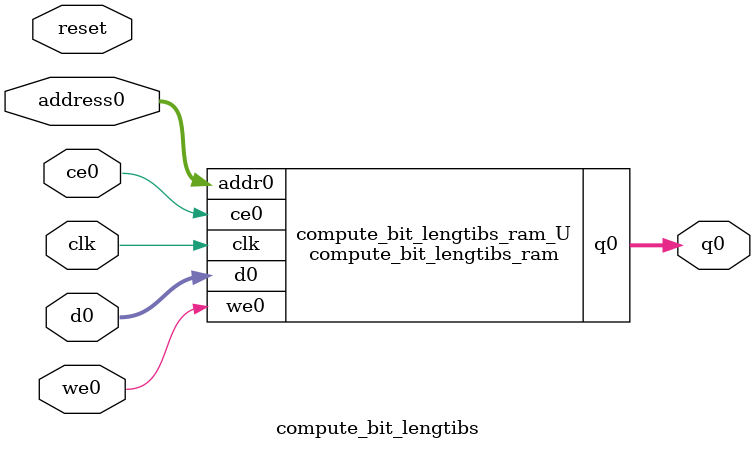
<source format=v>
`timescale 1 ns / 1 ps
module compute_bit_lengtibs_ram (addr0, ce0, d0, we0, q0,  clk);

parameter DWIDTH = 6;
parameter AWIDTH = 8;
parameter MEM_SIZE = 255;

input[AWIDTH-1:0] addr0;
input ce0;
input[DWIDTH-1:0] d0;
input we0;
output reg[DWIDTH-1:0] q0;
input clk;

(* ram_style = "block" *)reg [DWIDTH-1:0] ram[0:MEM_SIZE-1];




always @(posedge clk)  
begin 
    if (ce0) begin
        if (we0) 
            ram[addr0] <= d0; 
        q0 <= ram[addr0];
    end
end


endmodule

`timescale 1 ns / 1 ps
module compute_bit_lengtibs(
    reset,
    clk,
    address0,
    ce0,
    we0,
    d0,
    q0);

parameter DataWidth = 32'd6;
parameter AddressRange = 32'd255;
parameter AddressWidth = 32'd8;
input reset;
input clk;
input[AddressWidth - 1:0] address0;
input ce0;
input we0;
input[DataWidth - 1:0] d0;
output[DataWidth - 1:0] q0;



compute_bit_lengtibs_ram compute_bit_lengtibs_ram_U(
    .clk( clk ),
    .addr0( address0 ),
    .ce0( ce0 ),
    .we0( we0 ),
    .d0( d0 ),
    .q0( q0 ));

endmodule


</source>
